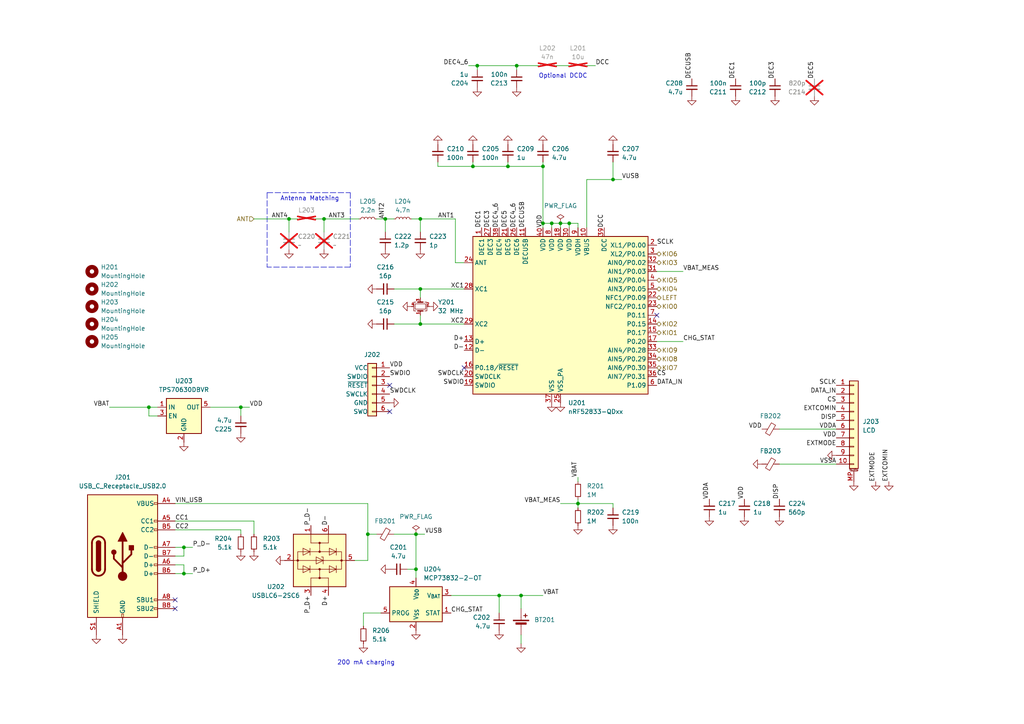
<source format=kicad_sch>
(kicad_sch (version 20230121) (generator eeschema)
  (paper "A4")
  (junction (at 93.98 63.5))
  (junction (at 157.48 64.77))
  (junction (at 43.18 118.11))
  (junction (at 69.85 118.11))
  (junction (at 151.13 172.72))
  (junction (at 121.92 63.5))
  (junction (at 120.65 165.1))
  (junction (at 138.43 19.05))
  (junction (at 177.8 52.07))
  (junction (at 147.32 48.26))
  (junction (at 106.68 154.94))
  (junction (at 167.64 146.05))
  (junction (at 121.92 93.98))
  (junction (at 149.86 19.05))
  (junction (at 83.82 63.5))
  (junction (at 160.02 64.77))
  (junction (at 165.1 64.77))
  (junction (at 53.34 166.37))
  (junction (at 53.34 158.75))
  (junction (at 144.78 172.72))
  (junction (at 111.76 63.5))
  (junction (at 162.56 64.77))
  (junction (at 120.65 154.94))
  (junction (at 137.16 48.26))
  (junction (at 121.92 83.82))
  (junction (at 157.48 48.26))
  (no_connect (at 50.8 176.53))
  (no_connect (at 113.03 111.76))
  (no_connect (at 190.5 91.44))
  (no_connect (at 50.8 173.99))
  (no_connect (at 113.03 119.38))
  (no_connect (at 134.62 106.68))
  (wire (pts (xy 177.8 46.99) (xy 177.8 52.07)))
  (wire (pts (xy 157.48 46.99) (xy 157.48 48.26)))
  (wire (pts (xy 53.34 166.37) (xy 50.8 166.37)))
  (polyline (pts (xy 77.47 55.88) (xy 77.47 77.47)) (stroke (width 0) (type dash)))
  (wire (pts (xy 162.56 146.05) (xy 167.64 146.05)))
  (wire (pts (xy 157.48 64.77) (xy 160.02 64.77)))
  (polyline (pts (xy 101.6 55.88) (xy 101.6 77.47)) (stroke (width 0) (type dash)))
  (wire (pts (xy 121.92 93.98) (xy 134.62 93.98)))
  (wire (pts (xy 114.3 83.82) (xy 121.92 83.82)))
  (wire (pts (xy 151.13 172.72) (xy 151.13 176.53)))
  (wire (pts (xy 132.08 63.5) (xy 132.08 76.2)))
  (wire (pts (xy 110.49 177.8) (xy 105.41 177.8)))
  (wire (pts (xy 137.16 48.26) (xy 147.32 48.26)))
  (wire (pts (xy 162.56 64.77) (xy 165.1 64.77)))
  (polyline (pts (xy 77.47 55.88) (xy 101.6 55.88)) (stroke (width 0) (type dash)))
  (wire (pts (xy 73.66 63.5) (xy 83.82 63.5)))
  (wire (pts (xy 121.92 83.82) (xy 121.92 86.36)))
  (wire (pts (xy 160.02 64.77) (xy 160.02 66.04)))
  (wire (pts (xy 111.76 63.5) (xy 114.3 63.5)))
  (wire (pts (xy 119.38 63.5) (xy 121.92 63.5)))
  (wire (pts (xy 53.34 158.75) (xy 55.88 158.75)))
  (wire (pts (xy 73.66 151.13) (xy 73.66 154.94)))
  (wire (pts (xy 170.18 19.05) (xy 172.72 19.05)))
  (wire (pts (xy 167.64 146.05) (xy 177.8 146.05)))
  (wire (pts (xy 91.44 63.5) (xy 93.98 63.5)))
  (wire (pts (xy 114.3 93.98) (xy 121.92 93.98)))
  (wire (pts (xy 157.48 66.04) (xy 157.48 64.77)))
  (wire (pts (xy 149.86 19.05) (xy 156.21 19.05)))
  (wire (pts (xy 147.32 48.26) (xy 157.48 48.26)))
  (wire (pts (xy 60.96 118.11) (xy 69.85 118.11)))
  (wire (pts (xy 106.68 154.94) (xy 109.22 154.94)))
  (wire (pts (xy 167.64 146.05) (xy 167.64 147.32)))
  (wire (pts (xy 50.8 153.67) (xy 69.85 153.67)))
  (wire (pts (xy 43.18 120.65) (xy 43.18 118.11)))
  (wire (pts (xy 50.8 151.13) (xy 73.66 151.13)))
  (wire (pts (xy 106.68 146.05) (xy 106.68 154.94)))
  (wire (pts (xy 137.16 46.99) (xy 137.16 48.26)))
  (wire (pts (xy 167.64 144.78) (xy 167.64 146.05)))
  (wire (pts (xy 69.85 118.11) (xy 72.39 118.11)))
  (wire (pts (xy 149.86 19.05) (xy 149.86 20.32)))
  (wire (pts (xy 127 46.99) (xy 127 48.26)))
  (wire (pts (xy 53.34 161.29) (xy 53.34 158.75)))
  (wire (pts (xy 121.92 63.5) (xy 132.08 63.5)))
  (wire (pts (xy 132.08 76.2) (xy 134.62 76.2)))
  (wire (pts (xy 121.92 83.82) (xy 134.62 83.82)))
  (wire (pts (xy 170.18 52.07) (xy 170.18 66.04)))
  (wire (pts (xy 105.41 177.8) (xy 105.41 181.61)))
  (wire (pts (xy 53.34 166.37) (xy 55.88 166.37)))
  (wire (pts (xy 50.8 146.05) (xy 106.68 146.05)))
  (wire (pts (xy 45.72 120.65) (xy 43.18 120.65)))
  (wire (pts (xy 135.89 19.05) (xy 138.43 19.05)))
  (wire (pts (xy 118.11 165.1) (xy 120.65 165.1)))
  (wire (pts (xy 167.64 64.77) (xy 167.64 66.04)))
  (wire (pts (xy 177.8 52.07) (xy 180.34 52.07)))
  (wire (pts (xy 93.98 63.5) (xy 93.98 67.31)))
  (wire (pts (xy 93.98 63.5) (xy 104.14 63.5)))
  (wire (pts (xy 226.06 124.46) (xy 242.57 124.46)))
  (wire (pts (xy 69.85 153.67) (xy 69.85 154.94)))
  (wire (pts (xy 53.34 158.75) (xy 50.8 158.75)))
  (wire (pts (xy 43.18 118.11) (xy 45.72 118.11)))
  (wire (pts (xy 102.87 162.56) (xy 106.68 162.56)))
  (wire (pts (xy 53.34 163.83) (xy 53.34 166.37)))
  (wire (pts (xy 138.43 19.05) (xy 149.86 19.05)))
  (wire (pts (xy 83.82 63.5) (xy 86.36 63.5)))
  (wire (pts (xy 151.13 172.72) (xy 157.48 172.72)))
  (wire (pts (xy 106.68 154.94) (xy 106.68 162.56)))
  (wire (pts (xy 120.65 154.94) (xy 120.65 165.1)))
  (wire (pts (xy 157.48 48.26) (xy 157.48 64.77)))
  (wire (pts (xy 120.65 165.1) (xy 120.65 167.64)))
  (wire (pts (xy 167.64 138.43) (xy 167.64 139.7)))
  (wire (pts (xy 111.76 63.5) (xy 111.76 67.31)))
  (wire (pts (xy 177.8 146.05) (xy 177.8 147.32)))
  (wire (pts (xy 151.13 184.15) (xy 151.13 186.69)))
  (wire (pts (xy 161.29 19.05) (xy 165.1 19.05)))
  (wire (pts (xy 144.78 172.72) (xy 144.78 177.8)))
  (wire (pts (xy 162.56 64.77) (xy 162.56 66.04)))
  (wire (pts (xy 160.02 64.77) (xy 162.56 64.77)))
  (polyline (pts (xy 101.6 77.47) (xy 77.47 77.47)) (stroke (width 0) (type dash)))
  (wire (pts (xy 120.65 154.94) (xy 123.19 154.94)))
  (wire (pts (xy 69.85 118.11) (xy 69.85 120.65)))
  (wire (pts (xy 147.32 46.99) (xy 147.32 48.26)))
  (wire (pts (xy 226.06 134.62) (xy 242.57 134.62)))
  (wire (pts (xy 50.8 163.83) (xy 53.34 163.83)))
  (wire (pts (xy 121.92 63.5) (xy 121.92 67.31)))
  (wire (pts (xy 177.8 52.07) (xy 170.18 52.07)))
  (wire (pts (xy 114.3 154.94) (xy 120.65 154.94)))
  (wire (pts (xy 130.81 172.72) (xy 144.78 172.72)))
  (wire (pts (xy 50.8 161.29) (xy 53.34 161.29)))
  (wire (pts (xy 165.1 64.77) (xy 165.1 66.04)))
  (wire (pts (xy 83.82 63.5) (xy 83.82 67.31)))
  (wire (pts (xy 198.12 99.06) (xy 190.5 99.06)))
  (wire (pts (xy 138.43 19.05) (xy 138.43 20.32)))
  (wire (pts (xy 127 48.26) (xy 137.16 48.26)))
  (wire (pts (xy 109.22 63.5) (xy 111.76 63.5)))
  (wire (pts (xy 165.1 64.77) (xy 167.64 64.77)))
  (wire (pts (xy 144.78 172.72) (xy 151.13 172.72)))
  (wire (pts (xy 198.12 78.74) (xy 190.5 78.74)))
  (wire (pts (xy 121.92 91.44) (xy 121.92 93.98)))
  (wire (pts (xy 31.75 118.11) (xy 43.18 118.11)))
  (text "200 mA charging" (at 97.79 193.04 0) (effects (font (size 1.27 1.27)) (justify left bottom)))
  (text "Antenna Matching" (at 81.28 58.42 0) (effects (font (size 1.27 1.27)) (justify left bottom)))
  (text "Optional DCDC" (at 156.21 22.86 0) (effects (font (size 1.27 1.27)) (justify left bottom)))
  (label "CC1" (at 50.8 151.13 0))
  (label "VUSB" (at 180.34 52.07 0))
  (label "SWDIO" (at 113.03 109.22 0))
  (label "DCC" (at 175.26 66.04 90))
  (label "DECUSB" (at 200.66 22.86 90))
  (label "EXTMODE" (at 242.57 129.54 180))
  (label "SWDCLK" (at 134.62 109.22 180))
  (label "D+" (at 134.62 99.06 180))
  (label "P_D+" (at 55.88 166.37 0))
  (label "VDD" (at 157.48 66.04 90))
  (label "EXTMODE" (at 254 139.7 90))
  (label "DISP" (at 226.06 144.78 90))
  (label "CS" (at 190.5 109.22 0))
  (label "CHG_STAT" (at 130.81 177.8 0))
  (label "VBAT" (at 167.64 138.43 90))
  (label "CS" (at 242.57 116.84 180))
  (label "EXTCOMIN" (at 257.81 139.7 90))
  (label "SCLK" (at 242.57 111.76 180))
  (label "SWDCLK" (at 113.03 114.3 0))
  (label "ANT3" (at 95.25 63.5 0))
  (label "VBAT_MEAS" (at 162.56 146.05 180))
  (label "VDDA" (at 242.57 124.46 180))
  (label "XC1" (at 134.62 83.82 180))
  (label "ANT2" (at 111.76 63.5 90))
  (label "D-" (at 134.62 101.6 180))
  (label "P_D+" (at 90.17 172.72 270))
  (label "VIN_USB" (at 50.8 146.05 0))
  (label "VDD" (at 215.9 144.78 90))
  (label "DEC3" (at 142.24 66.04 90))
  (label "SWDIO" (at 134.62 111.76 180))
  (label "DECUSB" (at 152.4 66.04 90))
  (label "CHG_STAT" (at 198.12 99.06 0))
  (label "DEC4_6" (at 144.78 66.04 90))
  (label "VBAT" (at 157.48 172.72 0))
  (label "DISP" (at 242.57 121.92 180))
  (label "VDD" (at 220.98 124.46 180))
  (label "DEC5" (at 147.32 66.04 90))
  (label "ANT1" (at 127 63.5 0))
  (label "DATA_IN" (at 242.57 114.3 180))
  (label "XC2" (at 134.62 93.98 180))
  (label "P_D-" (at 90.17 152.4 90))
  (label "VDD" (at 72.39 118.11 0))
  (label "DEC3" (at 224.79 22.86 90))
  (label "DEC4_6" (at 135.89 19.05 180))
  (label "VSSA" (at 242.57 134.62 180))
  (label "DCC" (at 172.72 19.05 0))
  (label "CC2" (at 50.8 153.67 0))
  (label "VDDA" (at 205.74 144.78 90))
  (label "D+" (at 95.25 172.72 270))
  (label "ANT4" (at 78.74 63.5 0))
  (label "DEC1" (at 139.7 66.04 90))
  (label "SCLK" (at 190.5 71.12 0))
  (label "DEC4_6" (at 149.86 66.04 90))
  (label "EXTCOMIN" (at 242.57 119.38 180))
  (label "VBAT" (at 31.75 118.11 180))
  (label "DATA_IN" (at 190.5 111.76 0))
  (label "D-" (at 95.25 152.4 90))
  (label "DEC1" (at 213.36 22.86 90))
  (label "VBAT_MEAS" (at 198.12 78.74 0))
  (label "VUSB" (at 123.19 154.94 0))
  (label "P_D-" (at 55.88 158.75 0))
  (label "VDD" (at 113.03 106.68 0))
  (label "DEC5" (at 236.22 22.86 90))
  (label "VDD" (at 242.57 127 180))
  (hierarchical_label "KIO1" (shape bidirectional) (at 190.5 96.52 0))
  (hierarchical_label "KIO5" (shape bidirectional) (at 190.5 81.28 0))
  (hierarchical_label "KIO6" (shape bidirectional) (at 190.5 73.66 0))
  (hierarchical_label "KIO7" (shape bidirectional) (at 190.5 106.68 0))
  (hierarchical_label "KIO9" (shape bidirectional) (at 190.5 101.6 0))
  (hierarchical_label "KIO0" (shape bidirectional) (at 190.5 88.9 0))
  (hierarchical_label "KIO4" (shape bidirectional) (at 190.5 83.82 0))
  (hierarchical_label "LEFT" (shape bidirectional) (at 190.5 86.36 0))
  (hierarchical_label "KIO3" (shape bidirectional) (at 190.5 76.2 0))
  (hierarchical_label "KIO8" (shape bidirectional) (at 190.5 104.14 0))
  (hierarchical_label "ANT" (shape input) (at 73.66 63.5 180))
  (hierarchical_label "KIO2" (shape bidirectional) (at 190.5 93.98 0))
  (symbol (lib_id "Connector:USB_C_Receptacle_USB2.0") (at 35.56 161.29 0) (unit 1)
    (property "Reference" "J201" (at 35.56 138.43 0))
    (property "Value" "USB_C_Receptacle_USB2.0" (at 35.56 140.97 0))
    (property "Footprint" "connectors:USB_C_Receptacle_USB4105" (effects hide))
    (property "Datasheet" "https://www.usb.org/sites/default/files/documents/usb_type-c.zip" (effects hide))
    (property "MFPN" "USB4105 or TYPE-C-31-M-12" (effects hide))
    (property "LCSC" "C165948" (effects hide))
    (instances (project "crkbd-shockburst" (path "" (reference "J201") (unit 1)) (path "" (reference "J502") (unit 1))))
  )
  (symbol (lib_id "power:GND") (at 113.03 116.84 90) (unit 1)
    (property "Reference" "#PWR0236" (effects hide))
    (property "Value" "GND" (effects hide))
    (instances (project "crkbd-shockburst" (path "" (reference "#PWR0236") (unit 1)) (path "" (reference "#PWR0524") (unit 1))))
  )
  (symbol (lib_id "Device:C_Small") (at 83.82 69.85 0) (mirror y) (unit 1) (dnp yes)
    (property "Reference" "C220" (at 86.36 68.5863 0) (effects (justify right)))
    (property "Value" "~" (at 86.36 71.1263 0) (effects (justify right)))
    (property "Footprint" "passive:C_0402" (effects hide))
    (instances (project "crkbd-shockburst" (path "" (reference "C220") (unit 1)) (path "" (reference "C513") (unit 1))))
  )
  (symbol (lib_id "Device:C_Small") (at 69.85 123.19 0) (unit 1)
    (property "Reference" "C225" (at 67.31 124.4664 0) (effects (justify right)))
    (property "Value" "4.7u" (at 67.31 121.9264 0) (effects (justify right)))
    (property "Footprint" "passive:C_0603" (effects hide))
    (property "MFPN" "C0603B475K010T" (effects hide))
    (property "Specification" "10V,X5R" (effects hide))
    (property "LCSC" "C961503" (effects hide))
    (instances (project "crkbd-shockburst" (path "" (reference "C225") (unit 1)) (path "" (reference "C525") (unit 1))))
  )
  (symbol (lib_id "Mechanical:MountingHole") (at 26.67 83.82 0) (unit 1) (in_bom no)
    (property "Reference" "H202" (at 29.21 82.55 0) (effects (justify left)))
    (property "Value" "MountingHole" (at 29.21 85.09 0) (effects (justify left)))
    (property "Footprint" "MountingHole:MountingHole_4.3mm_M4" (effects hide))
    (instances (project "crkbd-shockburst" (path "" (reference "H202") (unit 1)) (path "" (reference "H502") (unit 1))))
  )
  (symbol (lib_id "power:GND") (at 151.13 186.69 0) (unit 1)
    (property "Reference" "#PWR0212" (effects hide))
    (property "Value" "GND" (effects hide))
    (instances (project "crkbd-shockburst" (path "" (reference "#PWR0212") (unit 1)) (path "" (reference "#PWR0541") (unit 1))))
  )
  (symbol (lib_id "power:GND") (at 160.02 116.84 0) (unit 1)
    (property "Reference" "#PWR0201" (effects hide))
    (property "Value" "GND" (effects hide))
    (instances (project "crkbd-shockburst" (path "" (reference "#PWR0201") (unit 1)) (path "" (reference "#PWR0525") (unit 1))))
  )
  (symbol (lib_id "Device:FerriteBead_Small") (at 111.76 154.94 90) (unit 1)
    (property "Reference" "FB201" (at 111.7219 151.13 90))
    (property "Value" "FerriteBead_Small" (effects hide))
    (property "Footprint" "passive:R_0603" (effects hide))
    (property "MFPN" "MMZ1608Y152BTA00" (effects hide))
    (property "Specification" "600 ohm @ 100 MHz" (effects hide))
    (property "LCSC" "C275454" (effects hide))
    (instances (project "crkbd-shockburst" (path "" (reference "FB201") (unit 1)) (path "" (reference "FB501") (unit 1))))
  )
  (symbol (lib_id "Regulator_Linear:TPS7A0533PDBV") (at 53.34 120.65 0) (unit 1)
    (property "Reference" "U203" (at 53.34 110.49 0))
    (property "Value" "TPS70630DBVR" (at 53.34 113.03 0))
    (property "Footprint" "Package_TO_SOT_SMD:SOT-23-5" (effects hide))
    (property "Datasheet" "https://www.ti.com/lit/ds/symlink/tps7a05.pdf" (effects hide))
    (property "MFPN" "TPS70630DBVR" (effects hide))
    (property "LCSC" "C2859817" (effects hide))
    (instances (project "crkbd-shockburst" (path "" (reference "U203") (unit 1)) (path "" (reference "U504") (unit 1))))
  )
  (symbol (lib_id "Device:C_Small") (at 111.76 83.82 270) (mirror x) (unit 1)
    (property "Reference" "C216" (at 111.7536 77.47 90))
    (property "Value" "16p" (at 111.7536 80.01 90))
    (property "Footprint" "passive:C_0402" (effects hide))
    (property "MFPN" "SH15N150J500CT" (effects hide))
    (property "Specification" "50V,C0G" (effects hide))
    (property "LCSC" "C396888" (effects hide))
    (instances (project "crkbd-shockburst" (path "" (reference "C216") (unit 1)) (path "" (reference "C517") (unit 1))))
  )
  (symbol (lib_id "Device:C_Small") (at 224.79 25.4 0) (mirror y) (unit 1)
    (property "Reference" "C212" (at 222.25 26.6764 0) (effects (justify left)))
    (property "Value" "100p" (at 222.25 24.1364 0) (effects (justify left)))
    (property "Footprint" "passive:C_0402" (effects hide))
    (property "MFPN" "MG15N101J500CT" (effects hide))
    (property "Specification" "50V,C0G" (effects hide))
    (property "LCSC" "C327785" (effects hide))
    (instances (project "crkbd-shockburst" (path "" (reference "C212") (unit 1)) (path "" (reference "C505") (unit 1))))
  )
  (symbol (lib_id "Device:L_Small") (at 106.68 63.5 90) (unit 1)
    (property "Reference" "L205" (at 106.68 58.42 90))
    (property "Value" "2.2n" (at 106.68 60.96 90))
    (property "Footprint" "passive:R_0402" (effects hide))
    (property "MFPN" "SDCL1005C2N2CTDF" (effects hide))
    (property "LCSC" "C918998" (effects hide))
    (instances (project "crkbd-shockburst" (path "" (reference "L205") (unit 1)) (path "" (reference "L504") (unit 1))))
  )
  (symbol (lib_id "power:GND") (at 83.82 72.39 0) (unit 1)
    (property "Reference" "#PWR0239" (effects hide))
    (property "Value" "GND" (effects hide))
    (instances (project "crkbd-shockburst" (path "" (reference "#PWR0239") (unit 1)) (path "" (reference "#PWR0515") (unit 1))))
  )
  (symbol (lib_id "Device:C_Small") (at 111.76 93.98 270) (mirror x) (unit 1)
    (property "Reference" "C215" (at 111.7536 87.63 90))
    (property "Value" "16p" (at 111.7536 90.17 90))
    (property "Footprint" "passive:C_0402" (effects hide))
    (property "MFPN" "SH15N150J500CT" (effects hide))
    (property "Specification" "50V,C0G" (effects hide))
    (property "LCSC" "C396888" (effects hide))
    (instances (project "crkbd-shockburst" (path "" (reference "C215") (unit 1)) (path "" (reference "C518") (unit 1))))
  )
  (symbol (lib_id "power:GND") (at 177.8 41.91 180) (unit 1)
    (property "Reference" "#PWR0218" (effects hide))
    (property "Value" "GND" (effects hide))
    (instances (project "crkbd-shockburst" (path "" (reference "#PWR0218") (unit 1)) (path "" (reference "#PWR0512") (unit 1))))
  )
  (symbol (lib_id "power:GND") (at 220.98 134.62 270) (unit 1)
    (property "Reference" "#PWR0207" (effects hide))
    (property "Value" "GND" (effects hide))
    (instances (project "crkbd-shockburst" (path "" (reference "#PWR0207") (unit 1)) (path "" (reference "#PWR0514") (unit 1))))
  )
  (symbol (lib_id "Mechanical:MountingHole") (at 26.67 99.06 0) (unit 1) (in_bom no)
    (property "Reference" "H205" (at 29.21 97.79 0) (effects (justify left)))
    (property "Value" "MountingHole" (at 29.21 100.33 0) (effects (justify left)))
    (property "Footprint" "MountingHole:MountingHole_4.3mm_M4" (effects hide))
    (instances (project "crkbd-shockburst" (path "" (reference "H205") (unit 1)) (path "" (reference "H505") (unit 1))))
  )
  (symbol (lib_id "power:GND") (at 35.56 184.15 0) (unit 1)
    (property "Reference" "#PWR0204" (effects hide))
    (property "Value" "GND" (effects hide))
    (instances (project "crkbd-shockburst" (path "" (reference "#PWR0204") (unit 1)) (path "" (reference "#PWR0539") (unit 1))))
  )
  (symbol (lib_id "power:GND") (at 200.66 27.94 0) (unit 1)
    (property "Reference" "#PWR0219" (effects hide))
    (property "Value" "GND" (effects hide))
    (instances (project "crkbd-shockburst" (path "" (reference "#PWR0219") (unit 1)) (path "" (reference "#PWR0503") (unit 1))))
  )
  (symbol (lib_id "power:GND") (at 177.8 152.4 0) (unit 1)
    (property "Reference" "#PWR0234" (effects hide))
    (property "Value" "GND" (effects hide))
    (instances (project "crkbd-shockburst" (path "" (reference "#PWR0234") (unit 1)) (path "" (reference "#PWR0529") (unit 1))))
  )
  (symbol (lib_id "Device:L_Small") (at 116.84 63.5 90) (unit 1)
    (property "Reference" "L204" (at 116.84 58.42 90))
    (property "Value" "4.7n" (at 116.84 60.96 90))
    (property "Footprint" "passive:R_0402" (effects hide))
    (property "MFPN" "HCI1005LF-4N7S-MS8" (effects hide))
    (property "LCSC" "C304335" (effects hide))
    (instances (project "crkbd-shockburst" (path "" (reference "L204") (unit 1)) (path "" (reference "L505") (unit 1))))
  )
  (symbol (lib_id "power:GND") (at 157.48 41.91 180) (unit 1)
    (property "Reference" "#PWR0217" (effects hide))
    (property "Value" "GND" (effects hide))
    (instances (project "crkbd-shockburst" (path "" (reference "#PWR0217") (unit 1)) (path "" (reference "#PWR0511") (unit 1))))
  )
  (symbol (lib_id "power:GND") (at 111.76 72.39 0) (unit 1)
    (property "Reference" "#PWR0240" (effects hide))
    (property "Value" "GND" (effects hide))
    (instances (project "crkbd-shockburst" (path "" (reference "#PWR0240") (unit 1)) (path "" (reference "#PWR0517") (unit 1))))
  )
  (symbol (lib_id "power:GND") (at 167.64 152.4 0) (unit 1)
    (property "Reference" "#PWR0233" (effects hide))
    (property "Value" "GND" (effects hide))
    (instances (project "crkbd-shockburst" (path "" (reference "#PWR0233") (unit 1)) (path "" (reference "#PWR0528") (unit 1))))
  )
  (symbol (lib_id "power:GND") (at 254 139.7 0) (unit 1)
    (property "Reference" "#PWR0228" (effects hide))
    (property "Value" "GND" (effects hide))
    (instances (project "crkbd-shockburst" (path "" (reference "#PWR0228") (unit 1)) (path "" (reference "#PWR0530") (unit 1))))
  )
  (symbol (lib_id "power:GND") (at 69.85 160.02 0) (unit 1)
    (property "Reference" "#PWR0230" (effects hide))
    (property "Value" "GND" (effects hide))
    (instances (project "crkbd-shockburst" (path "" (reference "#PWR0230") (unit 1)) (path "" (reference "#PWR0531") (unit 1))))
  )
  (symbol (lib_id "Device:R_Small") (at 167.64 149.86 0) (unit 1)
    (property "Reference" "R202" (at 170.18 148.59 0) (effects (justify left)))
    (property "Value" "1M" (at 170.18 151.13 0) (effects (justify left)))
    (property "Footprint" "passive:R_0402" (effects hide))
    (property "MFPN" "HPCR0402F1M00K9" (effects hide))
    (property "Specification" "1%" (effects hide))
    (property "LCSC" "C364860" (effects hide))
    (instances (project "crkbd-shockburst" (path "" (reference "R202") (unit 1)) (path "" (reference "R503") (unit 1))))
  )
  (symbol (lib_id "Device:R_Small") (at 69.85 157.48 180) (unit 1)
    (property "Reference" "R204" (at 67.31 156.21 0) (effects (justify left)))
    (property "Value" "5.1k" (at 67.31 158.75 0) (effects (justify left)))
    (property "Footprint" "passive:R_0402" (effects hide))
    (property "MFPN" "RM04JTN512" (effects hide))
    (property "Specification" "5%" (effects hide))
    (property "LCSC" "C188116" (effects hide))
    (instances (project "crkbd-shockburst" (path "" (reference "R204") (unit 1)) (path "" (reference "R504") (unit 1))))
  )
  (symbol (lib_id "power:GND") (at 247.65 139.7 0) (unit 1)
    (property "Reference" "#PWR0206" (effects hide))
    (property "Value" "GND" (effects hide))
    (instances (project "crkbd-shockburst" (path "" (reference "#PWR0206") (unit 1)) (path "" (reference "#PWR0513") (unit 1))))
  )
  (symbol (lib_id "Device:R_Small") (at 167.64 142.24 0) (unit 1)
    (property "Reference" "R201" (at 170.18 140.97 0) (effects (justify left)))
    (property "Value" "1M" (at 170.18 143.51 0) (effects (justify left)))
    (property "Footprint" "passive:R_0402" (effects hide))
    (property "MFPN" "HPCR0402F1M00K9" (effects hide))
    (property "Specification" "1%" (effects hide))
    (property "LCSC" "C364860" (effects hide))
    (instances (project "crkbd-shockburst" (path "" (reference "R201") (unit 1)) (path "" (reference "R502") (unit 1))))
  )
  (symbol (lib_id "Device:Crystal_GND24_Small") (at 121.92 88.9 90) (unit 1)
    (property "Reference" "Y201" (at 127 87.63 90) (effects (justify right)))
    (property "Value" "32 MHz" (at 127 90.17 90) (effects (justify right)))
    (property "Footprint" "crystals:Crystal_4Pin_2.0x1.6mm" (effects hide))
    (property "MFPN" "7D032000H01" (effects hide))
    (property "Specification" "32MHz 9pF ±10ppm" (effects hide))
    (property "LCSC" "C648961" (effects hide))
    (instances (project "crkbd-shockburst" (path "" (reference "Y201") (unit 1)) (path "" (reference "Y501") (unit 1))))
  )
  (symbol (lib_id "power:GND") (at 144.78 182.88 0) (unit 1)
    (property "Reference" "#PWR0213" (effects hide))
    (property "Value" "GND" (effects hide))
    (instances (project "crkbd-shockburst" (path "" (reference "#PWR0213") (unit 1)) (path "" (reference "#PWR0537") (unit 1))))
  )
  (symbol (lib_id "power:GND") (at 69.85 125.73 0) (unit 1)
    (property "Reference" "#PWR0237" (effects hide))
    (property "Value" "GND" (effects hide))
    (instances (project "crkbd-shockburst" (path "" (reference "#PWR0237") (unit 1)) (path "" (reference "#PWR0544") (unit 1))))
  )
  (symbol (lib_id "power:PWR_FLAG") (at 162.56 64.77 0) (unit 1)
    (property "Reference" "#FLG0202" (effects hide))
    (property "Value" "PWR_FLAG" (at 162.56 59.69 0))
    (instances (project "crkbd-shockburst" (path "" (reference "#FLG0202") (unit 1)) (path "" (reference "#FLG0501") (unit 1))))
  )
  (symbol (lib_id "power:GND") (at 124.46 88.9 90) (unit 1)
    (property "Reference" "#PWR02" (effects hide))
    (property "Value" "GND" (effects hide))
    (instances (project "crkbd-shockburst" (path "" (reference "#PWR02") (unit 1)) (path "" (reference "#PWR0522") (unit 1))))
  )
  (symbol (lib_id "Device:C_Small") (at 236.22 25.4 0) (mirror y) (unit 1) (dnp yes)
    (property "Reference" "C214" (at 233.68 26.6764 0) (effects (justify left)))
    (property "Value" "820p" (at 233.68 24.1364 0) (effects (justify left)))
    (property "Footprint" "passive:C_0402" (effects hide))
    (property "MFPN" "C1005X7R821KGTS" (effects hide))
    (property "Specification" "50V,C0G" (effects hide))
    (property "LCSC" "C147541" (effects hide))
    (instances (project "crkbd-shockburst" (path "" (reference "C214") (unit 1)) (path "" (reference "C506") (unit 1))))
  )
  (symbol (lib_id "Device:FerriteBead_Small") (at 223.52 124.46 90) (unit 1)
    (property "Reference" "FB202" (at 223.4819 120.65 90))
    (property "Value" "FerriteBead_Small" (effects hide))
    (property "Footprint" "passive:R_0603" (effects hide))
    (property "MFPN" "MMZ1608Y152BTA00" (effects hide))
    (property "Specification" "600 ohm @ 100 MHz" (effects hide))
    (property "LCSC" "C275454" (effects hide))
    (instances (project "crkbd-shockburst" (path "" (reference "FB202") (unit 1)) (path "" (reference "FB502") (unit 1))))
  )
  (symbol (lib_id "Device:C_Small") (at 205.74 147.32 180) (unit 1)
    (property "Reference" "C217" (at 208.28 146.0436 0) (effects (justify right)))
    (property "Value" "1u" (at 208.28 148.5836 0) (effects (justify right)))
    (property "Footprint" "passive:C_0402" (effects hide))
    (property "MFPN" "FS15B105K6R3PNG" (effects hide))
    (property "Specification" "6.3V,X5R" (effects hide))
    (property "LCSC" "C525327" (effects hide))
    (instances (project "crkbd-shockburst" (path "" (reference "C217") (unit 1)) (path "" (reference "C522") (unit 1))))
  )
  (symbol (lib_id "power:GND") (at 82.55 162.56 270) (unit 1)
    (property "Reference" "#PWR0205" (effects hide))
    (property "Value" "GND" (effects hide))
    (instances (project "crkbd-shockburst" (path "" (reference "#PWR0205") (unit 1)) (path "" (reference "#PWR0533") (unit 1))))
  )
  (symbol (lib_id "Device:C_Small") (at 215.9 147.32 180) (unit 1)
    (property "Reference" "C218" (at 218.44 146.0436 0) (effects (justify right)))
    (property "Value" "1u" (at 218.44 148.5836 0) (effects (justify right)))
    (property "Footprint" "passive:C_0402" (effects hide))
    (property "MFPN" "FS15B105K6R3PNG" (effects hide))
    (property "Specification" "6.3V,X5R" (effects hide))
    (property "LCSC" "C525327" (effects hide))
    (instances (project "crkbd-shockburst" (path "" (reference "C218") (unit 1)) (path "" (reference "C523") (unit 1))))
  )
  (symbol (lib_id "Device:C_Small") (at 226.06 147.32 0) (mirror y) (unit 1)
    (property "Reference" "C224" (at 228.6 146.0563 0) (effects (justify right)))
    (property "Value" "560p" (at 228.6 148.5963 0) (effects (justify right)))
    (property "Footprint" "passive:C_0402" (effects hide))
    (property "MFPN" "FN15X561K500PNG" (effects hide))
    (property "Specification" "50V,X7R" (effects hide))
    (property "LCSC" "C363544" (effects hide))
    (instances (project "crkbd-shockburst" (path "" (reference "C224") (unit 1)) (path "" (reference "C524") (unit 1))))
  )
  (symbol (lib_id "Device:C_Small") (at 147.32 44.45 180) (unit 1)
    (property "Reference" "C209" (at 149.86 43.1736 0) (effects (justify right)))
    (property "Value" "1u" (at 149.86 45.7136 0) (effects (justify right)))
    (property "Footprint" "passive:C_0402" (effects hide))
    (property "MFPN" "FS15B105K6R3PNG" (effects hide))
    (property "Specification" "6.3V,X5R" (effects hide))
    (property "LCSC" "C525327" (effects hide))
    (instances (project "crkbd-shockburst" (path "" (reference "C209") (unit 1)) (path "" (reference "C509") (unit 1))))
  )
  (symbol (lib_id "power:GND") (at 53.34 128.27 0) (unit 1)
    (property "Reference" "#PWR0243" (effects hide))
    (property "Value" "GND" (effects hide))
    (instances (project "crkbd-shockburst" (path "" (reference "#PWR0243") (unit 1)) (path "" (reference "#PWR0545") (unit 1))))
  )
  (symbol (lib_id "power:GND") (at 149.86 25.4 0) (unit 1)
    (property "Reference" "#PWR0224" (effects hide))
    (property "Value" "GND" (effects hide))
    (instances (project "crkbd-shockburst" (path "" (reference "#PWR0224") (unit 1)) (path "" (reference "#PWR0502") (unit 1))))
  )
  (symbol (lib_id "power:GND") (at 27.94 184.15 0) (unit 1)
    (property "Reference" "#PWR0203" (effects hide))
    (property "Value" "GND" (effects hide))
    (instances (project "crkbd-shockburst" (path "" (reference "#PWR0203") (unit 1)) (path "" (reference "#PWR0538") (unit 1))))
  )
  (symbol (lib_id "Device:C_Small") (at 137.16 44.45 180) (unit 1)
    (property "Reference" "C205" (at 139.7 43.1736 0) (effects (justify right)))
    (property "Value" "100n" (at 139.7 45.7136 0) (effects (justify right)))
    (property "Footprint" "passive:C_0402" (effects hide))
    (property "MFPN" "FN15B104K160PNG" (effects hide))
    (property "Specification" "16V,X5R" (effects hide))
    (property "LCSC" "C2874742" (effects hide))
    (instances (project "crkbd-shockburst" (path "" (reference "C205") (unit 1)) (path "" (reference "C508") (unit 1))))
  )
  (symbol (lib_id "Device:L_Small") (at 158.75 19.05 90) (unit 1) (dnp yes)
    (property "Reference" "L202" (at 158.75 13.97 90))
    (property "Value" "47n" (at 158.75 16.51 90))
    (property "Footprint" "passive:R_0402" (effects hide))
    (property "Specification" "50 mA min." (effects hide))
    (instances (project "crkbd-shockburst" (path "" (reference "L202") (unit 1)) (path "" (reference "L501") (unit 1))))
  )
  (symbol (lib_id "power:GND") (at 93.98 72.39 0) (unit 1)
    (property "Reference" "#PWR0238" (effects hide))
    (property "Value" "GND" (effects hide))
    (instances (project "crkbd-shockburst" (path "" (reference "#PWR0238") (unit 1)) (path "" (reference "#PWR0516") (unit 1))))
  )
  (symbol (lib_id "Battery_Management:MCP73832-2-OT") (at 120.65 175.26 0) (unit 1)
    (property "Reference" "U204" (at 122.8441 165.1 0) (effects (justify left)))
    (property "Value" "MCP73832-2-OT" (at 122.8441 167.64 0) (effects (justify left)))
    (property "Footprint" "Package_TO_SOT_SMD:SOT-23-5" (effects hide))
    (property "Datasheet" "http://ww1.microchip.com/downloads/en/DeviceDoc/20001984g.pdf" (effects hide))
    (property "MFPN" "MCP73832T-2ACI/OT" (effects hide))
    (property "LCSC" "C38066" (effects hide))
    (instances (project "crkbd-shockburst" (path "" (reference "U204") (unit 1)) (path "" (reference "U503") (unit 1))))
  )
  (symbol (lib_id "nordic_mcu:nRF52833-QDxx") (at 162.56 91.44 0) (unit 1)
    (property "Reference" "U201" (at 164.7541 116.84 0) (effects (justify left)))
    (property "Value" "nRF52833-QDxx" (at 164.7541 119.38 0) (effects (justify left)))
    (property "Footprint" "Package_DFN_QFN:QFN-40-1EP_5x5mm_P0.4mm_EP3.6x3.6mm" (effects hide))
    (property "Datasheet" "https://infocenter.nordicsemi.com/pdf/nRF52833_PS_v1.5.pdf" (effects hide))
    (property "MFPN" "nRF52833-QDAA" (effects hide))
    (property "LCSC" "C2895249 or C3007767" (effects hide))
    (instances (project "crkbd-shockburst" (path "" (reference "U201") (unit 1)) (path "" (reference "U501") (unit 1))))
  )
  (symbol (lib_id "power:GND") (at 113.03 165.1 270) (unit 1)
    (property "Reference" "#PWR0210" (effects hide))
    (property "Value" "GND" (effects hide))
    (instances (project "crkbd-shockburst" (path "" (reference "#PWR0210") (unit 1)) (path "" (reference "#PWR0534") (unit 1))))
  )
  (symbol (lib_id "Device:C_Small") (at 121.92 69.85 0) (mirror y) (unit 1)
    (property "Reference" "C223" (at 124.46 68.5863 0) (effects (justify right)))
    (property "Value" "1p" (at 124.46 71.1263 0) (effects (justify right)))
    (property "Footprint" "passive:C_0402" (effects hide))
    (property "MFPN" "FN15N1R0C500PNG" (effects hide))
    (property "Specification" "50V,C0G" (effects hide))
    (property "LCSC" "C363513" (effects hide))
    (instances (project "crkbd-shockburst" (path "" (reference "C223") (unit 1)) (path "" (reference "C516") (unit 1))))
  )
  (symbol (lib_id "power:GND") (at 109.22 83.82 270) (unit 1)
    (property "Reference" "#PWR0227" (effects hide))
    (property "Value" "GND" (effects hide))
    (instances (project "crkbd-shockburst" (path "" (reference "#PWR0227") (unit 1)) (path "" (reference "#PWR0519") (unit 1))))
  )
  (symbol (lib_id "power:GND") (at 213.36 27.94 0) (unit 1)
    (property "Reference" "#PWR0222" (effects hide))
    (property "Value" "GND" (effects hide))
    (instances (project "crkbd-shockburst" (path "" (reference "#PWR0222") (unit 1)) (path "" (reference "#PWR0504") (unit 1))))
  )
  (symbol (lib_id "Device:C_Small") (at 177.8 44.45 180) (unit 1)
    (property "Reference" "C207" (at 180.34 43.1736 0) (effects (justify right)))
    (property "Value" "4.7u" (at 180.34 45.7136 0) (effects (justify right)))
    (property "Footprint" "passive:C_0603" (effects hide))
    (property "MFPN" "C0603B475K010T" (effects hide))
    (property "Specification" "10V,X5R" (effects hide))
    (property "LCSC" "C961503" (effects hide))
    (instances (project "crkbd-shockburst" (path "" (reference "C207") (unit 1)) (path "" (reference "C512") (unit 1))))
  )
  (symbol (lib_id "power:GND") (at 73.66 160.02 0) (unit 1)
    (property "Reference" "#PWR0231" (effects hide))
    (property "Value" "GND" (effects hide))
    (instances (project "crkbd-shockburst" (path "" (reference "#PWR0231") (unit 1)) (path "" (reference "#PWR0532") (unit 1))))
  )
  (symbol (lib_id "Device:C_Small") (at 213.36 25.4 0) (mirror y) (unit 1)
    (property "Reference" "C211" (at 210.82 26.6764 0) (effects (justify left)))
    (property "Value" "100n" (at 210.82 24.1364 0) (effects (justify left)))
    (property "Footprint" "passive:C_0402" (effects hide))
    (property "MFPN" "FN15B104K160PNG" (effects hide))
    (property "Specification" "16V,X5R" (effects hide))
    (property "LCSC" "C2874742" (effects hide))
    (instances (project "crkbd-shockburst" (path "" (reference "C211") (unit 1)) (path "" (reference "C504") (unit 1))))
  )
  (symbol (lib_id "connectors:tag-connect-swd") (at 107.95 111.76 0) (mirror y) (unit 1) (in_bom no)
    (property "Reference" "J202" (at 107.95 102.87 0))
    (property "Value" "tag-connect-swd" (effects hide))
    (property "Footprint" "Connector:Tag-Connect_TC2030-IDC-NL_2x03_P1.27mm_Vertical" (effects hide))
    (instances (project "crkbd-shockburst" (path "" (reference "J202") (unit 1)) (path "" (reference "J501") (unit 1))))
  )
  (symbol (lib_id "power:GND") (at 121.92 72.39 0) (unit 1)
    (property "Reference" "#PWR0241" (effects hide))
    (property "Value" "GND" (effects hide))
    (instances (project "crkbd-shockburst" (path "" (reference "#PWR0241") (unit 1)) (path "" (reference "#PWR0518") (unit 1))))
  )
  (symbol (lib_id "Device:C_Small") (at 177.8 149.86 0) (mirror y) (unit 1)
    (property "Reference" "C219" (at 180.34 148.5963 0) (effects (justify right)))
    (property "Value" "100n" (at 180.34 151.1363 0) (effects (justify right)))
    (property "Footprint" "passive:C_0402" (effects hide))
    (property "MFPN" "FN15B104K160PNG" (effects hide))
    (property "Specification" "16V,X5R" (effects hide))
    (property "LCSC" "C2874742" (effects hide))
    (instances (project "crkbd-shockburst" (path "" (reference "C219") (unit 1)) (path "" (reference "C519") (unit 1))))
  )
  (symbol (lib_id "power:GND") (at 119.38 88.9 270) (unit 1)
    (property "Reference" "#PWR01" (effects hide))
    (property "Value" "GND" (effects hide))
    (instances (project "crkbd-shockburst" (path "" (reference "#PWR01") (unit 1)) (path "" (reference "#PWR0521") (unit 1))))
  )
  (symbol (lib_id "power:GND") (at 242.57 132.08 270) (unit 1)
    (property "Reference" "#PWR0208" (effects hide))
    (property "Value" "GND" (effects hide))
    (instances (project "crkbd-shockburst" (path "" (reference "#PWR0208") (unit 1)) (path "" (reference "#PWR0520") (unit 1))))
  )
  (symbol (lib_id "Device:C_Small") (at 157.48 44.45 180) (unit 1)
    (property "Reference" "C206" (at 160.02 43.1736 0) (effects (justify right)))
    (property "Value" "4.7u" (at 160.02 45.7136 0) (effects (justify right)))
    (property "Footprint" "passive:C_0603" (effects hide))
    (property "MFPN" "C0603B475K010T" (effects hide))
    (property "Specification" "10V,X5R" (effects hide))
    (property "LCSC" "C961503" (effects hide))
    (instances (project "crkbd-shockburst" (path "" (reference "C206") (unit 1)) (path "" (reference "C511") (unit 1))))
  )
  (symbol (lib_id "Mechanical:MountingHole") (at 26.67 78.74 0) (unit 1) (in_bom no)
    (property "Reference" "H201" (at 29.21 77.47 0) (effects (justify left)))
    (property "Value" "MountingHole" (at 29.21 80.01 0) (effects (justify left)))
    (property "Footprint" "MountingHole:MountingHole_4.3mm_M4" (effects hide))
    (instances (project "crkbd-shockburst" (path "" (reference "H201") (unit 1)) (path "" (reference "H501") (unit 1))))
  )
  (symbol (lib_id "power:GND") (at 120.65 182.88 0) (unit 1)
    (property "Reference" "#PWR0211" (effects hide))
    (property "Value" "GND" (effects hide))
    (instances (project "crkbd-shockburst" (path "" (reference "#PWR0211") (unit 1)) (path "" (reference "#PWR0536") (unit 1))))
  )
  (symbol (lib_id "Mechanical:MountingHole") (at 26.67 88.9 0) (unit 1) (in_bom no)
    (property "Reference" "H203" (at 29.21 87.63 0) (effects (justify left)))
    (property "Value" "MountingHole" (at 29.21 90.17 0) (effects (justify left)))
    (property "Footprint" "MountingHole:MountingHole_4.3mm_M4" (effects hide))
    (instances (project "crkbd-shockburst" (path "" (reference "H203") (unit 1)) (path "" (reference "H503") (unit 1))))
  )
  (symbol (lib_id "power:GND") (at 226.06 149.86 0) (unit 1)
    (property "Reference" "#PWR0235" (effects hide))
    (property "Value" "GND" (effects hide))
    (instances (project "crkbd-shockburst" (path "" (reference "#PWR0235") (unit 1)) (path "" (reference "#PWR0543") (unit 1))))
  )
  (symbol (lib_id "Device:L_Small") (at 167.64 19.05 90) (unit 1) (dnp yes)
    (property "Reference" "L201" (at 167.64 13.97 90))
    (property "Value" "10u" (at 167.64 16.51 90))
    (property "Footprint" "passive:R_0603" (effects hide))
    (property "Specification" "50 mA min." (effects hide))
    (instances (project "crkbd-shockburst" (path "" (reference "L201") (unit 1)) (path "" (reference "L502") (unit 1))))
  )
  (symbol (lib_id "power:GND") (at 162.56 116.84 0) (unit 1)
    (property "Reference" "#PWR0202" (effects hide))
    (property "Value" "GND" (effects hide))
    (instances (project "crkbd-shockburst" (path "" (reference "#PWR0202") (unit 1)) (path "" (reference "#PWR0526") (unit 1))))
  )
  (symbol (lib_id "power:GND") (at 109.22 93.98 270) (unit 1)
    (property "Reference" "#PWR0226" (effects hide))
    (property "Value" "GND" (effects hide))
    (instances (project "crkbd-shockburst" (path "" (reference "#PWR0226") (unit 1)) (path "" (reference "#PWR0523") (unit 1))))
  )
  (symbol (lib_id "power:GND") (at 215.9 149.86 0) (unit 1)
    (property "Reference" "#PWR0229" (effects hide))
    (property "Value" "GND" (effects hide))
    (instances (project "crkbd-shockburst" (path "" (reference "#PWR0229") (unit 1)) (path "" (reference "#PWR0535") (unit 1))))
  )
  (symbol (lib_id "power:GND") (at 224.79 27.94 0) (unit 1)
    (property "Reference" "#PWR0223" (effects hide))
    (property "Value" "GND" (effects hide))
    (instances (project "crkbd-shockburst" (path "" (reference "#PWR0223") (unit 1)) (path "" (reference "#PWR0505") (unit 1))))
  )
  (symbol (lib_id "Connector_Generic_MountingPin:Conn_01x10_MountingPin") (at 247.65 121.92 0) (unit 1)
    (property "Reference" "J203" (at 250.19 122.2756 0) (effects (justify left)))
    (property "Value" "LCD" (at 250.19 124.8156 0) (effects (justify left)))
    (property "Footprint" "Connector_FFC-FPC:Hirose_FH12-10S-0.5SH_1x10-1MP_P0.50mm_Horizontal" (effects hide))
    (property "MFPN" "0.5K-1.5-10PWB" (effects hide))
    (property "LCSC" "C2919556" (effects hide))
    (instances (project "crkbd-shockburst" (path "" (reference "J203") (unit 1)) (path "" (reference "J503") (unit 1))))
  )
  (symbol (lib_id "power:PWR_FLAG") (at 120.65 154.94 0) (unit 1)
    (property "Reference" "#FLG0502" (effects hide))
    (property "Value" "PWR_FLAG" (at 120.65 149.86 0))
    (instances (project "crkbd-shockburst" (path "" (reference "#FLG0502") (unit 1)) (path "" (reference "#FLG0201") (unit 1))))
  )
  (symbol (lib_id "power:GND") (at 205.74 149.86 0) (unit 1)
    (property "Reference" "#PWR0232" (effects hide))
    (property "Value" "GND" (effects hide))
    (instances (project "crkbd-shockburst" (path "" (reference "#PWR0232") (unit 1)) (path "" (reference "#PWR0542") (unit 1))))
  )
  (symbol (lib_id "Device:R_Small") (at 73.66 157.48 180) (unit 1)
    (property "Reference" "R203" (at 76.2 156.21 0) (effects (justify right)))
    (property "Value" "5.1k" (at 76.2 158.75 0) (effects (justify right)))
    (property "Footprint" "passive:R_0402" (effects hide))
    (property "MFPN" "RM04JTN512" (effects hide))
    (property "Specification" "5%" (effects hide))
    (property "LCSC" "C188116" (effects hide))
    (instances (project "crkbd-shockburst" (path "" (reference "R203") (unit 1)) (path "" (reference "R505") (unit 1))))
  )
  (symbol (lib_id "Device:L_Small") (at 88.9 63.5 90) (unit 1) (dnp yes)
    (property "Reference" "L203" (at 88.9 60.96 90))
    (property "Value" "~" (at 88.9 60.96 90))
    (property "Footprint" "passive:R_0402" (effects hide))
    (instances (project "crkbd-shockburst" (path "" (reference "L203") (unit 1)) (path "" (reference "L503") (unit 1))))
  )
  (symbol (lib_id "Device:C_Small") (at 93.98 69.85 0) (mirror y) (unit 1) (dnp yes)
    (property "Reference" "C221" (at 96.52 68.5863 0) (effects (justify right)))
    (property "Value" "~" (at 96.52 71.1263 0) (effects (justify right)))
    (property "Footprint" "passive:C_0402" (effects hide))
    (instances (project "crkbd-shockburst" (path "" (reference "C221") (unit 1)) (path "" (reference "C514") (unit 1))))
  )
  (symbol (lib_id "Power_Protection:USBLC6-2SC6") (at 92.71 162.56 270) (unit 1)
    (property "Reference" "U202" (at 80.01 170.18 90))
    (property "Value" "USBLC6-2SC6" (at 80.01 172.72 90))
    (property "Footprint" "Package_TO_SOT_SMD:SOT-23-6" (effects hide))
    (property "Datasheet" "https://www.st.com/resource/en/datasheet/usblc6-2.pdf" (effects hide))
    (property "MFPN" "USBLC6-2SC6" (effects hide))
    (property "LCSC" "C7519" (effects hide))
    (instances (project "crkbd-shockburst" (path "" (reference "U202") (unit 1)) (path "" (reference "U502") (unit 1))))
  )
  (symbol (lib_id "Device:C_Small") (at 200.66 25.4 0) (unit 1)
    (property "Reference" "C208" (at 198.12 24.1363 0) (effects (justify right)))
    (property "Value" "4.7u" (at 198.12 26.6763 0) (effects (justify right)))
    (property "Footprint" "passive:C_0603" (effects hide))
    (property "MFPN" "C0603B475K010T" (effects hide))
    (property "Specification" "10V,X5R" (effects hide))
    (property "LCSC" "C961503" (effects hide))
    (instances (project "crkbd-shockburst" (path "" (reference "C208") (unit 1)) (path "" (reference "C503") (unit 1))))
  )
  (symbol (lib_id "Device:R_Small") (at 105.41 184.15 180) (unit 1)
    (property "Reference" "R206" (at 107.95 182.88 0) (effects (justify right)))
    (property "Value" "5.1k" (at 107.95 185.42 0) (effects (justify right)))
    (property "Footprint" "passive:R_0402" (effects hide))
    (property "MFPN" "RM04JTN512" (effects hide))
    (property "Specification" "5%" (effects hide))
    (property "LCSC" "C188116" (effects hide))
    (instances (project "crkbd-shockburst" (path "" (reference "R206") (unit 1)) (path "" (reference "R506") (unit 1))))
  )
  (symbol (lib_id "Device:C_Small") (at 149.86 22.86 0) (mirror y) (unit 1)
    (property "Reference" "C213" (at 147.32 24.1364 0) (effects (justify left)))
    (property "Value" "100n" (at 147.32 21.5964 0) (effects (justify left)))
    (property "Footprint" "passive:C_0402" (effects hide))
    (property "MFPN" "FN15B104K160PNG" (effects hide))
    (property "Specification" "16V,X5R" (effects hide))
    (property "LCSC" "C2874742" (effects hide))
    (instances (project "crkbd-shockburst" (path "" (reference "C213") (unit 1)) (path "" (reference "C502") (unit 1))))
  )
  (symbol (lib_id "power:GND") (at 105.41 186.69 0) (unit 1)
    (property "Reference" "#PWR0242" (effects hide))
    (property "Value" "GND" (effects hide))
    (instances (project "crkbd-shockburst" (path "" (reference "#PWR0242") (unit 1)) (path "" (reference "#PWR0540") (unit 1))))
  )
  (symbol (lib_id "power:GND") (at 127 41.91 180) (unit 1)
    (property "Reference" "#PWR0221" (effects hide))
    (property "Value" "GND" (effects hide))
    (instances (project "crkbd-shockburst" (path "" (reference "#PWR0221") (unit 1)) (path "" (reference "#PWR0507") (unit 1))))
  )
  (symbol (lib_id "Device:FerriteBead_Small") (at 223.52 134.62 90) (unit 1)
    (property "Reference" "FB203" (at 223.4819 130.81 90))
    (property "Value" "FerriteBead_Small" (effects hide))
    (property "Footprint" "passive:R_0603" (effects hide))
    (property "MFPN" "MMZ1608Y152BTA00" (effects hide))
    (property "Specification" "600 ohm @ 100 MHz" (effects hide))
    (property "LCSC" "C275454" (effects hide))
    (instances (project "crkbd-shockburst" (path "" (reference "FB203") (unit 1)) (path "" (reference "FB503") (unit 1))))
  )
  (symbol (lib_id "power:GND") (at 257.81 139.7 0) (unit 1)
    (property "Reference" "#PWR0209" (effects hide))
    (property "Value" "GND" (effects hide))
    (instances (project "crkbd-shockburst" (path "" (reference "#PWR0209") (unit 1)) (path "" (reference "#PWR0527") (unit 1))))
  )
  (symbol (lib_id "power:GND") (at 137.16 41.91 180) (unit 1)
    (property "Reference" "#PWR0216" (effects hide))
    (property "Value" "GND" (effects hide))
    (instances (project "crkbd-shockburst" (path "" (reference "#PWR0216") (unit 1)) (path "" (reference "#PWR0508") (unit 1))))
  )
  (symbol (lib_id "power:GND") (at 147.32 41.91 180) (unit 1)
    (property "Reference" "#PWR0220" (effects hide))
    (property "Value" "GND" (effects hide))
    (instances (project "crkbd-shockburst" (path "" (reference "#PWR0220") (unit 1)) (path "" (reference "#PWR0509") (unit 1))))
  )
  (symbol (lib_id "Device:C_Small") (at 144.78 180.34 0) (unit 1)
    (property "Reference" "C202" (at 142.24 179.0763 0) (effects (justify right)))
    (property "Value" "4.7u" (at 142.24 181.6163 0) (effects (justify right)))
    (property "Footprint" "passive:C_0603" (effects hide))
    (property "MFPN" "C0603B475K010T" (effects hide))
    (property "Specification" "10V,X5R" (effects hide))
    (property "LCSC" "C961503" (effects hide))
    (instances (project "crkbd-shockburst" (path "" (reference "C202") (unit 1)) (path "" (reference "C521") (unit 1))))
  )
  (symbol (lib_id "Device:C_Small") (at 111.76 69.85 0) (mirror y) (unit 1)
    (property "Reference" "C222" (at 114.3 68.5863 0) (effects (justify right)))
    (property "Value" "1.2p" (at 114.3 71.1263 0) (effects (justify right)))
    (property "Footprint" "passive:C_0402" (effects hide))
    (property "MFPN" "FN15N1R2C500PNG" (effects hide))
    (property "Specification" "50V,C0G" (effects hide))
    (property "LCSC" "C363514" (effects hide))
    (instances (project "crkbd-shockburst" (path "" (reference "C222") (unit 1)) (path "" (reference "C515") (unit 1))))
  )
  (symbol (lib_id "power:GND") (at 138.43 25.4 0) (unit 1)
    (property "Reference" "#PWR0215" (effects hide))
    (property "Value" "GND" (effects hide))
    (instances (project "crkbd-shockburst" (path "" (reference "#PWR0215") (unit 1)) (path "" (reference "#PWR0501") (unit 1))))
  )
  (symbol (lib_id "power:GND") (at 236.22 27.94 0) (unit 1)
    (property "Reference" "#PWR0225" (effects hide))
    (property "Value" "GND" (effects hide))
    (instances (project "crkbd-shockburst" (path "" (reference "#PWR0225") (unit 1)) (path "" (reference "#PWR0506") (unit 1))))
  )
  (symbol (lib_id "Device:C_Small") (at 138.43 22.86 0) (unit 1)
    (property "Reference" "C204" (at 135.89 24.1364 0) (effects (justify right)))
    (property "Value" "1u" (at 135.89 21.5964 0) (effects (justify right)))
    (property "Footprint" "passive:C_0402" (effects hide))
    (property "MFPN" "FS15B105K6R3PNG" (effects hide))
    (property "Specification" "6.3V,X5R" (effects hide))
    (property "LCSC" "C525327" (effects hide))
    (instances (project "crkbd-shockburst" (path "" (reference "C204") (unit 1)) (path "" (reference "C501") (unit 1))))
  )
  (symbol (lib_id "Device:C_Small") (at 115.57 165.1 270) (unit 1)
    (property "Reference" "C201" (at 115.5636 158.75 90))
    (property "Value" "4.7u" (at 115.5636 161.29 90))
    (property "Footprint" "passive:C_0603" (effects hide))
    (property "MFPN" "C0603B475K010T" (effects hide))
    (property "Specification" "10V,X5R" (effects hide))
    (property "LCSC" "C961503" (effects hide))
    (instances (project "crkbd-shockburst" (path "" (reference "C201") (unit 1)) (path "" (reference "C520") (unit 1))))
  )
  (symbol (lib_id "Device:Battery_Cell") (at 151.13 181.61 0) (unit 1)
    (property "Reference" "BT201" (at 154.94 179.7685 0) (effects (justify left)))
    (property "Value" "Battery_Cell" (effects hide))
    (property "Footprint" "connectors:1x2_2.54mm" (effects hide))
    (instances (project "crkbd-shockburst" (path "" (reference "BT201") (unit 1)) (path "" (reference "BT501") (unit 1))))
  )
  (symbol (lib_id "Mechanical:MountingHole") (at 26.67 93.98 0) (unit 1) (in_bom no)
    (property "Reference" "H204" (at 29.21 92.71 0) (effects (justify left)))
    (property "Value" "MountingHole" (at 29.21 95.25 0) (effects (justify left)))
    (property "Footprint" "MountingHole:MountingHole_4.3mm_M4" (effects hide))
    (instances (project "crkbd-shockburst" (path "" (reference "H204") (unit 1)) (path "" (reference "H504") (unit 1))))
  )
  (symbol (lib_id "Device:C_Small") (at 127 44.45 0) (mirror x) (unit 1)
    (property "Reference" "C210" (at 129.54 43.1736 0) (effects (justify left)))
    (property "Value" "100n" (at 129.54 45.7136 0) (effects (justify left)))
    (property "Footprint" "passive:C_0402" (effects hide))
    (property "MFPN" "FN15B104K160PNG" (effects hide))
    (property "Specification" "16V,X5R" (effects hide))
    (property "LCSC" "C2874742" (effects hide))
    (instances (project "crkbd-shockburst" (path "" (reference "C210") (unit 1)) (path "" (reference "C507") (unit 1))))
  )
)
</source>
